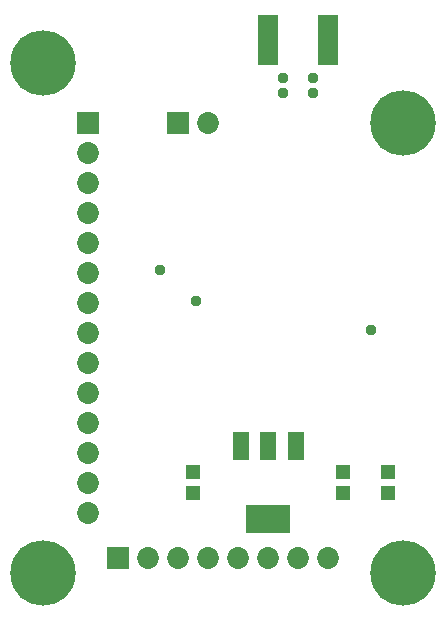
<source format=gbr>
G04 EAGLE Gerber X2 export*
%TF.Part,Single*%
%TF.FileFunction,Soldermask,Bot,1*%
%TF.FilePolarity,Negative*%
%TF.GenerationSoftware,Autodesk,EAGLE,9.0.1*%
%TF.CreationDate,2018-06-18T03:38:51Z*%
G75*
%MOMM*%
%FSLAX34Y34*%
%LPD*%
%AMOC8*
5,1,8,0,0,1.08239X$1,22.5*%
G01*
%ADD10R,1.422400X2.438400*%
%ADD11R,3.803200X2.403200*%
%ADD12R,1.303200X1.203200*%
%ADD13C,5.537200*%
%ADD14R,1.853200X1.853200*%
%ADD15C,1.853200*%
%ADD16R,1.727200X4.267200*%
%ADD17C,0.959600*%


D10*
X205486Y145288D03*
X228600Y145288D03*
X251714Y145288D03*
D11*
X228600Y83310D03*
D12*
X330200Y122800D03*
X330200Y105800D03*
X292100Y122800D03*
X292100Y105800D03*
X165100Y105800D03*
X165100Y122800D03*
D13*
X342900Y38100D03*
X342900Y419100D03*
X38100Y469900D03*
X38100Y38100D03*
D14*
X76200Y419100D03*
D15*
X76200Y393700D03*
X76200Y368300D03*
X76200Y342900D03*
X76200Y317500D03*
X76200Y292100D03*
X76200Y266700D03*
X76200Y241300D03*
X76200Y215900D03*
X76200Y190500D03*
X76200Y165100D03*
X76200Y139700D03*
X76200Y114300D03*
X76200Y88900D03*
D14*
X101600Y50800D03*
D15*
X127000Y50800D03*
X152400Y50800D03*
X177800Y50800D03*
X203200Y50800D03*
X228600Y50800D03*
X254000Y50800D03*
X279400Y50800D03*
D16*
X279400Y488950D03*
X228600Y488950D03*
D14*
X152400Y419100D03*
D15*
X177800Y419100D03*
D17*
X315468Y243840D03*
X167640Y268224D03*
X241300Y457200D03*
X241300Y444500D03*
X266700Y457200D03*
X266700Y444500D03*
X137160Y294132D03*
M02*

</source>
